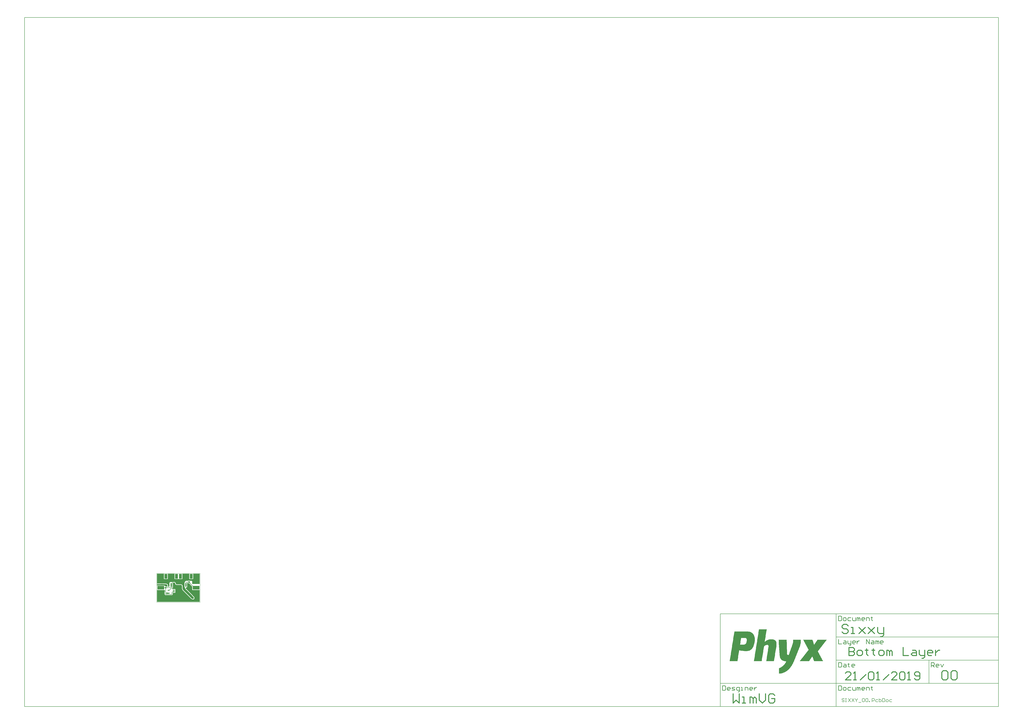
<source format=gbl>
G04*
G04 #@! TF.GenerationSoftware,Altium Limited,Altium Designer,18.1.9 (240)*
G04*
G04 Layer_Physical_Order=2*
G04 Layer_Color=3381759*
%FSLAX25Y25*%
%MOIN*%
G70*
G01*
G75*
%ADD11C,0.00591*%
%ADD12C,0.01575*%
%ADD15C,0.00394*%
%ADD16C,0.00787*%
%ADD17C,0.00984*%
%ADD22C,0.00500*%
%ADD24C,0.02756*%
%ADD25R,0.11811X0.05906*%
%ADD26R,0.03543X0.01575*%
%ADD27R,0.02362X0.06102*%
%ADD28R,0.04724X0.07874*%
%ADD29C,0.01968*%
G36*
X72983Y30906D02*
X60887D01*
X60633Y31010D01*
X60439Y31204D01*
X60335Y31457D01*
Y34547D01*
X60303Y34866D01*
X60059Y35456D01*
X59608Y35907D01*
X59018Y36152D01*
X58699Y36183D01*
X55960D01*
X55916Y36217D01*
X55341Y36455D01*
X54724Y36536D01*
X54108Y36455D01*
X53533Y36217D01*
X53489Y36183D01*
X50787D01*
X50450Y36167D01*
X49787Y36035D01*
X49163Y35776D01*
X48602Y35401D01*
X48125Y34924D01*
X47749Y34362D01*
X47491Y33738D01*
X47378Y33169D01*
X47209D01*
Y25098D01*
X47744D01*
X47927Y24494D01*
X48303Y23587D01*
X48765Y22722D01*
X49310Y21906D01*
X49933Y21147D01*
X50271Y20791D01*
X60039Y11024D01*
Y10473D01*
X60590D01*
X62435Y8628D01*
Y8628D01*
X62568Y8495D01*
X62776Y8184D01*
X62919Y7838D01*
X62992Y7471D01*
Y6872D01*
X62752Y6293D01*
X62309Y5850D01*
X61731Y5610D01*
X61113D01*
X60516Y5729D01*
X59954Y5962D01*
X59448Y6300D01*
X45079Y20669D01*
X44774Y20974D01*
X44296Y21689D01*
X43967Y22484D01*
X43799Y23328D01*
Y27362D01*
X43785Y27652D01*
X43672Y28219D01*
X43450Y28754D01*
X43129Y29235D01*
X42720Y29645D01*
X42238Y29966D01*
X41704Y30188D01*
X41136Y30301D01*
X40846Y30315D01*
X33585D01*
X32897Y30600D01*
X32371Y31126D01*
X32087Y31813D01*
Y32283D01*
X32053Y32629D01*
X31788Y33268D01*
X31299Y33757D01*
X30661Y34021D01*
X30315Y34055D01*
X23228D01*
X22921Y34025D01*
X22353Y33790D01*
X21919Y33355D01*
X21684Y32787D01*
X21654Y32480D01*
Y26083D01*
X19291D01*
Y27559D01*
X19272Y27945D01*
X19122Y28702D01*
X18826Y29415D01*
X18398Y30057D01*
X17852Y30602D01*
X17210Y31031D01*
X16497Y31326D01*
X15740Y31477D01*
X15354Y31496D01*
X9958D01*
X9912Y31532D01*
X9337Y31770D01*
X8721Y31851D01*
X8104Y31770D01*
X7529Y31532D01*
X7482Y31496D01*
X639D01*
Y48180D01*
X12008D01*
Y39075D01*
X18701D01*
Y48180D01*
X30118D01*
Y39075D01*
X36811D01*
Y39075D01*
X36972D01*
Y39075D01*
X43665D01*
Y48180D01*
X55083D01*
Y39075D01*
X61775D01*
Y48180D01*
X72983D01*
Y30906D01*
D02*
G37*
G36*
X15617Y30478D02*
X16205Y30362D01*
X16735Y30142D01*
X17212Y29823D01*
X17618Y29417D01*
X17937Y28940D01*
X18157Y28409D01*
X18274Y27822D01*
X18288Y27534D01*
Y26603D01*
X17224Y25799D01*
X17126Y25801D01*
X16901Y26094D01*
X16408Y26473D01*
X15833Y26711D01*
X15217Y26792D01*
X14764Y26732D01*
X14448Y26839D01*
X13583Y27568D01*
Y28346D01*
X639D01*
Y30472D01*
X13583D01*
Y30492D01*
X15330D01*
X15617Y30478D01*
D02*
G37*
G36*
X30414Y33037D02*
X30731Y32906D01*
X30937Y32699D01*
X31069Y32383D01*
X31083Y32234D01*
Y31813D01*
X31159Y31429D01*
X31444Y30742D01*
X31662Y30416D01*
X32188Y29890D01*
X32188Y29890D01*
X32513Y29673D01*
X33201Y29388D01*
X33585Y29311D01*
X40822D01*
X41013Y29302D01*
X41411Y29223D01*
X41763Y29077D01*
X42080Y28865D01*
X42349Y28596D01*
X42561Y28279D01*
X42707Y27927D01*
X42786Y27528D01*
X42796Y27338D01*
Y23328D01*
X42815Y23231D01*
Y23132D01*
X42983Y22288D01*
X43021Y22197D01*
X43040Y22100D01*
X43369Y21305D01*
X43424Y21223D01*
X43462Y21132D01*
X43940Y20416D01*
X44010Y20346D01*
X44065Y20264D01*
X44369Y19960D01*
X58738Y5590D01*
X58821Y5535D01*
X58891Y5466D01*
X59397Y5127D01*
X59488Y5090D01*
X59570Y5035D01*
X60132Y4802D01*
X60229Y4783D01*
X60321Y4745D01*
X60917Y4626D01*
X61016D01*
X61113Y4607D01*
X61731D01*
X62115Y4683D01*
X62693Y4923D01*
X63019Y5140D01*
X63462Y5583D01*
X63462Y5583D01*
X63679Y5909D01*
X63919Y6488D01*
X63996Y6872D01*
Y7471D01*
X63976Y7568D01*
Y7666D01*
X63903Y8034D01*
X63866Y8125D01*
X63846Y8222D01*
X63703Y8568D01*
X63648Y8650D01*
X63610Y8741D01*
X63402Y9053D01*
X63332Y9123D01*
X63277Y9205D01*
X63145Y9337D01*
X63145Y9337D01*
X61300Y11182D01*
X60975Y11400D01*
X60968Y11401D01*
X60966Y11408D01*
X60749Y11733D01*
X50990Y21492D01*
X50685Y21812D01*
X50117Y22504D01*
X49627Y23238D01*
X49264Y23917D01*
X49345Y24191D01*
X50041Y25098D01*
X51539D01*
Y32554D01*
X52975D01*
X53040Y32469D01*
X53533Y32090D01*
X54108Y31852D01*
X54724Y31771D01*
X55341Y31852D01*
X55367Y31863D01*
X56176Y31054D01*
Y30906D01*
X56275Y30406D01*
X56558Y29983D01*
X60039Y26502D01*
Y20472D01*
X72983D01*
Y639D01*
X639D01*
Y20472D01*
X13583D01*
X13951Y19444D01*
Y18158D01*
X13645Y17852D01*
X13362Y17428D01*
X13262Y16929D01*
Y13976D01*
X13362Y13477D01*
X13645Y13054D01*
X14826Y11873D01*
X15249Y11590D01*
X15748Y11491D01*
X25000D01*
X25499Y11590D01*
X25923Y11873D01*
X26808Y12759D01*
X27091Y13182D01*
X27190Y13681D01*
Y15945D01*
X31496D01*
Y18504D01*
Y22047D01*
X26482D01*
X25992Y23228D01*
X27230Y24466D01*
X27503Y24875D01*
X27599Y25356D01*
Y33052D01*
X30266D01*
X30414Y33037D01*
D02*
G37*
G36*
X1137613Y-64032D02*
X1137326D01*
Y-64318D01*
X1137040D01*
Y-64605D01*
Y-64891D01*
X1136754D01*
Y-65177D01*
X1136467D01*
Y-65464D01*
X1136181D01*
Y-65750D01*
Y-66036D01*
X1135895D01*
Y-66322D01*
X1135608D01*
Y-66609D01*
X1135322D01*
Y-66895D01*
X1135036D01*
Y-67181D01*
Y-67468D01*
X1134750D01*
Y-67754D01*
X1134463D01*
Y-68040D01*
X1134177D01*
Y-68327D01*
Y-68613D01*
X1133891D01*
Y-68899D01*
X1133604D01*
Y-69186D01*
X1133318D01*
Y-69472D01*
X1133032D01*
Y-69758D01*
Y-70044D01*
X1132745D01*
Y-70331D01*
X1132459D01*
Y-70617D01*
X1132173D01*
Y-70903D01*
Y-71190D01*
X1131886D01*
Y-71476D01*
X1131600D01*
Y-71762D01*
X1131314D01*
Y-72049D01*
Y-72335D01*
X1131028D01*
Y-72621D01*
X1130741D01*
Y-72908D01*
X1130455D01*
Y-73194D01*
X1130169D01*
Y-73480D01*
Y-73767D01*
X1129882D01*
Y-74053D01*
X1129596D01*
Y-74339D01*
X1129310D01*
Y-74625D01*
Y-74912D01*
X1129023D01*
Y-75198D01*
X1128737D01*
Y-75485D01*
X1128451D01*
Y-75771D01*
Y-76057D01*
X1128164D01*
Y-76343D01*
X1127878D01*
Y-76630D01*
X1127592D01*
Y-76916D01*
X1127306D01*
Y-77202D01*
Y-77489D01*
X1127019D01*
Y-77775D01*
X1126733D01*
Y-78061D01*
X1126447D01*
Y-78348D01*
Y-78634D01*
X1126160D01*
Y-78920D01*
X1125874D01*
Y-79207D01*
X1125588D01*
Y-79493D01*
Y-79779D01*
X1125301D01*
Y-80066D01*
X1125015D01*
Y-80352D01*
X1124729D01*
Y-80638D01*
X1124442D01*
Y-80924D01*
Y-81211D01*
X1124156D01*
Y-81497D01*
X1123870D01*
Y-81783D01*
X1123583D01*
Y-82070D01*
Y-82356D01*
X1123297D01*
Y-82642D01*
X1123011D01*
Y-82929D01*
X1122725D01*
Y-83215D01*
X1122438D01*
Y-83501D01*
Y-83788D01*
X1122725D01*
Y-84074D01*
Y-84360D01*
X1123011D01*
Y-84646D01*
Y-84933D01*
X1123297D01*
Y-85219D01*
X1123583D01*
Y-85505D01*
Y-85792D01*
X1123870D01*
Y-86078D01*
Y-86364D01*
X1124156D01*
Y-86651D01*
Y-86937D01*
X1124442D01*
Y-87223D01*
Y-87510D01*
X1124729D01*
Y-87796D01*
Y-88082D01*
X1125015D01*
Y-88369D01*
Y-88655D01*
X1125301D01*
Y-88941D01*
Y-89227D01*
X1125588D01*
Y-89514D01*
Y-89800D01*
X1125874D01*
Y-90086D01*
X1126160D01*
Y-90373D01*
Y-90659D01*
X1126447D01*
Y-90945D01*
Y-91232D01*
X1126733D01*
Y-91518D01*
Y-91804D01*
X1127019D01*
Y-92091D01*
Y-92377D01*
X1127306D01*
Y-92663D01*
Y-92950D01*
X1127592D01*
Y-93236D01*
Y-93522D01*
X1127878D01*
Y-93809D01*
Y-94095D01*
X1128164D01*
Y-94381D01*
X1128451D01*
Y-94667D01*
Y-94954D01*
X1128737D01*
Y-95240D01*
Y-95526D01*
X1129023D01*
Y-95813D01*
Y-96099D01*
X1129310D01*
Y-96385D01*
Y-96672D01*
X1129596D01*
Y-96958D01*
Y-97244D01*
X1129882D01*
Y-97531D01*
Y-97817D01*
X1130169D01*
Y-98103D01*
Y-98390D01*
X1130455D01*
Y-98676D01*
X1130741D01*
Y-98962D01*
Y-99248D01*
X1131028D01*
Y-99535D01*
Y-99821D01*
X1131314D01*
Y-100107D01*
X1116139D01*
Y-99821D01*
X1115853D01*
Y-99535D01*
Y-99248D01*
Y-98962D01*
X1115567D01*
Y-98676D01*
Y-98390D01*
Y-98103D01*
X1115280D01*
Y-97817D01*
Y-97531D01*
X1114994D01*
Y-97244D01*
Y-96958D01*
Y-96672D01*
X1114708D01*
Y-96385D01*
Y-96099D01*
Y-95813D01*
X1114421D01*
Y-95526D01*
Y-95240D01*
X1114135D01*
Y-94954D01*
Y-94667D01*
Y-94381D01*
X1113849D01*
Y-94095D01*
Y-93809D01*
Y-93522D01*
X1113562D01*
Y-93236D01*
Y-92950D01*
Y-92663D01*
X1113276D01*
Y-92377D01*
X1112704D01*
Y-92663D01*
Y-92950D01*
X1112417D01*
Y-93236D01*
X1112131D01*
Y-93522D01*
Y-93809D01*
X1111845D01*
Y-94095D01*
X1111558D01*
Y-94381D01*
Y-94667D01*
X1111272D01*
Y-94954D01*
X1110986D01*
Y-95240D01*
Y-95526D01*
X1110699D01*
Y-95813D01*
X1110413D01*
Y-96099D01*
X1110127D01*
Y-96385D01*
Y-96672D01*
X1109840D01*
Y-96958D01*
X1109554D01*
Y-97244D01*
Y-97531D01*
X1109268D01*
Y-97817D01*
X1108981D01*
Y-98103D01*
Y-98390D01*
X1108695D01*
Y-98676D01*
X1108409D01*
Y-98962D01*
Y-99248D01*
X1108123D01*
Y-99535D01*
X1107836D01*
Y-99821D01*
Y-100107D01*
X1091803D01*
Y-99821D01*
X1092089D01*
Y-99535D01*
X1092375D01*
Y-99248D01*
X1092662D01*
Y-98962D01*
X1092948D01*
Y-98676D01*
Y-98390D01*
X1093234D01*
Y-98103D01*
X1093521D01*
Y-97817D01*
X1093807D01*
Y-97531D01*
X1094093D01*
Y-97244D01*
Y-96958D01*
X1094380D01*
Y-96672D01*
X1094666D01*
Y-96385D01*
X1094952D01*
Y-96099D01*
Y-95813D01*
X1095238D01*
Y-95526D01*
X1095525D01*
Y-95240D01*
X1095811D01*
Y-94954D01*
X1096097D01*
Y-94667D01*
Y-94381D01*
X1096384D01*
Y-94095D01*
X1096670D01*
Y-93809D01*
X1096956D01*
Y-93522D01*
X1097243D01*
Y-93236D01*
Y-92950D01*
X1097529D01*
Y-92663D01*
X1097815D01*
Y-92377D01*
X1098102D01*
Y-92091D01*
Y-91804D01*
X1098388D01*
Y-91518D01*
X1098674D01*
Y-91232D01*
X1098960D01*
Y-90945D01*
X1099247D01*
Y-90659D01*
Y-90373D01*
X1099533D01*
Y-90086D01*
X1099819D01*
Y-89800D01*
X1100106D01*
Y-89514D01*
Y-89227D01*
X1100392D01*
Y-88941D01*
X1100678D01*
Y-88655D01*
X1100965D01*
Y-88369D01*
X1101251D01*
Y-88082D01*
Y-87796D01*
X1101537D01*
Y-87510D01*
X1101824D01*
Y-87223D01*
X1102110D01*
Y-86937D01*
Y-86651D01*
X1102396D01*
Y-86364D01*
X1102683D01*
Y-86078D01*
X1102969D01*
Y-85792D01*
X1103255D01*
Y-85505D01*
Y-85219D01*
X1103541D01*
Y-84933D01*
X1103828D01*
Y-84646D01*
X1104114D01*
Y-84360D01*
X1104400D01*
Y-84074D01*
Y-83788D01*
X1104687D01*
Y-83501D01*
X1104973D01*
Y-83215D01*
X1105259D01*
Y-82929D01*
Y-82642D01*
X1105546D01*
Y-82356D01*
X1105832D01*
Y-82070D01*
X1106118D01*
Y-81783D01*
X1106405D01*
Y-81497D01*
Y-81211D01*
X1106691D01*
Y-80924D01*
Y-80638D01*
Y-80352D01*
X1106405D01*
Y-80066D01*
X1106118D01*
Y-79779D01*
Y-79493D01*
X1105832D01*
Y-79207D01*
Y-78920D01*
X1105546D01*
Y-78634D01*
Y-78348D01*
X1105259D01*
Y-78061D01*
Y-77775D01*
X1104973D01*
Y-77489D01*
Y-77202D01*
X1104687D01*
Y-76916D01*
Y-76630D01*
X1104400D01*
Y-76343D01*
X1104114D01*
Y-76057D01*
Y-75771D01*
X1103828D01*
Y-75485D01*
Y-75198D01*
X1103541D01*
Y-74912D01*
Y-74625D01*
X1103255D01*
Y-74339D01*
Y-74053D01*
X1102969D01*
Y-73767D01*
Y-73480D01*
X1102683D01*
Y-73194D01*
Y-72908D01*
X1102396D01*
Y-72621D01*
X1102110D01*
Y-72335D01*
Y-72049D01*
X1101824D01*
Y-71762D01*
Y-71476D01*
X1101537D01*
Y-71190D01*
Y-70903D01*
X1101251D01*
Y-70617D01*
Y-70331D01*
X1100965D01*
Y-70044D01*
Y-69758D01*
X1100678D01*
Y-69472D01*
Y-69186D01*
X1100392D01*
Y-68899D01*
Y-68613D01*
X1100106D01*
Y-68327D01*
X1099819D01*
Y-68040D01*
Y-67754D01*
X1099533D01*
Y-67468D01*
Y-67181D01*
X1099247D01*
Y-66895D01*
Y-66609D01*
X1098960D01*
Y-66322D01*
Y-66036D01*
X1098674D01*
Y-65750D01*
Y-65464D01*
X1098388D01*
Y-65177D01*
Y-64891D01*
X1098102D01*
Y-64605D01*
X1097815D01*
Y-64318D01*
Y-64032D01*
X1097529D01*
Y-63746D01*
X1113276D01*
Y-64032D01*
X1113562D01*
Y-64318D01*
Y-64605D01*
Y-64891D01*
X1113849D01*
Y-65177D01*
Y-65464D01*
Y-65750D01*
X1114135D01*
Y-66036D01*
Y-66322D01*
Y-66609D01*
X1114421D01*
Y-66895D01*
Y-67181D01*
Y-67468D01*
X1114708D01*
Y-67754D01*
Y-68040D01*
Y-68327D01*
X1114994D01*
Y-68613D01*
Y-68899D01*
Y-69186D01*
X1115280D01*
Y-69472D01*
Y-69758D01*
Y-70044D01*
X1115567D01*
Y-70331D01*
Y-70617D01*
Y-70903D01*
X1115853D01*
Y-71190D01*
Y-71476D01*
Y-71762D01*
Y-72049D01*
X1116426D01*
Y-71762D01*
X1116712D01*
Y-71476D01*
X1116998D01*
Y-71190D01*
Y-70903D01*
X1117284D01*
Y-70617D01*
X1117571D01*
Y-70331D01*
Y-70044D01*
X1117857D01*
Y-69758D01*
X1118143D01*
Y-69472D01*
Y-69186D01*
X1118430D01*
Y-68899D01*
X1118716D01*
Y-68613D01*
Y-68327D01*
X1119002D01*
Y-68040D01*
X1119289D01*
Y-67754D01*
Y-67468D01*
X1119575D01*
Y-67181D01*
X1119861D01*
Y-66895D01*
Y-66609D01*
X1120148D01*
Y-66322D01*
X1120434D01*
Y-66036D01*
Y-65750D01*
X1120720D01*
Y-65464D01*
X1121007D01*
Y-65177D01*
Y-64891D01*
X1121293D01*
Y-64605D01*
X1121579D01*
Y-64318D01*
Y-64032D01*
X1121865D01*
Y-63746D01*
X1137613D01*
Y-64032D01*
D02*
G37*
G36*
X1004477Y-50003D02*
X1006195D01*
Y-50289D01*
X1007054D01*
Y-50575D01*
X1007913D01*
Y-50862D01*
X1008772D01*
Y-51148D01*
X1009345D01*
Y-51434D01*
X1009631D01*
Y-51720D01*
X1010203D01*
Y-52007D01*
X1010490D01*
Y-52293D01*
X1011062D01*
Y-52579D01*
X1011349D01*
Y-52866D01*
X1011635D01*
Y-53152D01*
X1011921D01*
Y-53438D01*
X1012208D01*
Y-53725D01*
X1012494D01*
Y-54011D01*
X1012780D01*
Y-54297D01*
Y-54584D01*
X1013067D01*
Y-54870D01*
X1013353D01*
Y-55156D01*
Y-55443D01*
X1013639D01*
Y-55729D01*
X1013926D01*
Y-56015D01*
Y-56301D01*
X1014212D01*
Y-56588D01*
Y-56874D01*
Y-57161D01*
X1014498D01*
Y-57447D01*
Y-57733D01*
Y-58019D01*
X1014785D01*
Y-58306D01*
Y-58592D01*
Y-58878D01*
Y-59165D01*
X1015071D01*
Y-59451D01*
Y-59737D01*
Y-60024D01*
Y-60310D01*
Y-60596D01*
X1015357D01*
Y-60883D01*
Y-61169D01*
Y-61455D01*
Y-61742D01*
Y-62028D01*
Y-62314D01*
Y-62600D01*
Y-62887D01*
Y-63173D01*
Y-63459D01*
Y-63746D01*
Y-64032D01*
Y-64318D01*
Y-64605D01*
Y-64891D01*
Y-65177D01*
Y-65464D01*
Y-65750D01*
Y-66036D01*
Y-66322D01*
X1015071D01*
Y-66609D01*
Y-66895D01*
Y-67181D01*
Y-67468D01*
Y-67754D01*
Y-68040D01*
Y-68327D01*
X1014785D01*
Y-68613D01*
Y-68899D01*
Y-69186D01*
Y-69472D01*
Y-69758D01*
X1014498D01*
Y-70044D01*
Y-70331D01*
Y-70617D01*
Y-70903D01*
Y-71190D01*
X1014212D01*
Y-71476D01*
Y-71762D01*
Y-72049D01*
X1013926D01*
Y-72335D01*
Y-72621D01*
Y-72908D01*
Y-73194D01*
X1013639D01*
Y-73480D01*
Y-73767D01*
Y-74053D01*
X1013353D01*
Y-74339D01*
Y-74625D01*
X1013067D01*
Y-74912D01*
Y-75198D01*
Y-75485D01*
X1012780D01*
Y-75771D01*
Y-76057D01*
X1012494D01*
Y-76343D01*
Y-76630D01*
X1012208D01*
Y-76916D01*
Y-77202D01*
X1011921D01*
Y-77489D01*
X1011635D01*
Y-77775D01*
Y-78061D01*
X1011349D01*
Y-78348D01*
X1011062D01*
Y-78634D01*
X1010776D01*
Y-78920D01*
Y-79207D01*
X1010490D01*
Y-79493D01*
X1010203D01*
Y-79779D01*
X1009917D01*
Y-80066D01*
X1009631D01*
Y-80352D01*
X1009345D01*
Y-80638D01*
X1008772D01*
Y-80924D01*
X1008486D01*
Y-81211D01*
X1007913D01*
Y-81497D01*
X1007627D01*
Y-81783D01*
X1007054D01*
Y-82070D01*
X1006195D01*
Y-82356D01*
X1005336D01*
Y-82642D01*
X1004477D01*
Y-82929D01*
X1002759D01*
Y-83215D01*
X997606D01*
Y-82929D01*
X995029D01*
Y-82642D01*
X993025D01*
Y-82356D01*
X991593D01*
Y-82070D01*
X990162D01*
Y-81783D01*
X988730D01*
Y-82070D01*
Y-82356D01*
Y-82642D01*
Y-82929D01*
Y-83215D01*
Y-83501D01*
Y-83788D01*
X988444D01*
Y-84074D01*
Y-84360D01*
Y-84646D01*
Y-84933D01*
Y-85219D01*
Y-85505D01*
X988157D01*
Y-85792D01*
Y-86078D01*
Y-86364D01*
Y-86651D01*
Y-86937D01*
Y-87223D01*
X987871D01*
Y-87510D01*
Y-87796D01*
Y-88082D01*
Y-88369D01*
Y-88655D01*
Y-88941D01*
Y-89227D01*
X987585D01*
Y-89514D01*
Y-89800D01*
Y-90086D01*
Y-90373D01*
Y-90659D01*
Y-90945D01*
X987298D01*
Y-91232D01*
Y-91518D01*
Y-91804D01*
Y-92091D01*
Y-92377D01*
Y-92663D01*
X987012D01*
Y-92950D01*
Y-93236D01*
Y-93522D01*
Y-93809D01*
Y-94095D01*
Y-94381D01*
Y-94667D01*
X986726D01*
Y-94954D01*
Y-95240D01*
Y-95526D01*
Y-95813D01*
Y-96099D01*
Y-96385D01*
X986440D01*
Y-96672D01*
Y-96958D01*
Y-97244D01*
Y-97531D01*
Y-97817D01*
Y-98103D01*
X986153D01*
Y-98390D01*
Y-98676D01*
Y-98962D01*
Y-99248D01*
Y-99535D01*
Y-99821D01*
Y-100107D01*
X972696D01*
Y-99821D01*
X972983D01*
Y-99535D01*
Y-99248D01*
Y-98962D01*
Y-98676D01*
Y-98390D01*
X973269D01*
Y-98103D01*
Y-97817D01*
Y-97531D01*
Y-97244D01*
Y-96958D01*
Y-96672D01*
Y-96385D01*
X973555D01*
Y-96099D01*
Y-95813D01*
Y-95526D01*
Y-95240D01*
Y-94954D01*
Y-94667D01*
X973842D01*
Y-94381D01*
Y-94095D01*
Y-93809D01*
Y-93522D01*
Y-93236D01*
Y-92950D01*
X974128D01*
Y-92663D01*
Y-92377D01*
Y-92091D01*
Y-91804D01*
Y-91518D01*
Y-91232D01*
Y-90945D01*
X974414D01*
Y-90659D01*
Y-90373D01*
Y-90086D01*
Y-89800D01*
Y-89514D01*
Y-89227D01*
X974701D01*
Y-88941D01*
Y-88655D01*
Y-88369D01*
Y-88082D01*
Y-87796D01*
Y-87510D01*
X974987D01*
Y-87223D01*
Y-86937D01*
Y-86651D01*
Y-86364D01*
Y-86078D01*
Y-85792D01*
X975273D01*
Y-85505D01*
Y-85219D01*
Y-84933D01*
Y-84646D01*
Y-84360D01*
Y-84074D01*
Y-83788D01*
X975560D01*
Y-83501D01*
Y-83215D01*
Y-82929D01*
Y-82642D01*
Y-82356D01*
Y-82070D01*
X975846D01*
Y-81783D01*
Y-81497D01*
Y-81211D01*
Y-80924D01*
Y-80638D01*
Y-80352D01*
X976132D01*
Y-80066D01*
Y-79779D01*
Y-79493D01*
Y-79207D01*
Y-78920D01*
Y-78634D01*
X976419D01*
Y-78348D01*
Y-78061D01*
Y-77775D01*
Y-77489D01*
Y-77202D01*
Y-76916D01*
Y-76630D01*
X976705D01*
Y-76343D01*
Y-76057D01*
Y-75771D01*
Y-75485D01*
Y-75198D01*
Y-74912D01*
X976991D01*
Y-74625D01*
Y-74339D01*
Y-74053D01*
Y-73767D01*
Y-73480D01*
Y-73194D01*
X977277D01*
Y-72908D01*
Y-72621D01*
Y-72335D01*
Y-72049D01*
Y-71762D01*
Y-71476D01*
Y-71190D01*
X977564D01*
Y-70903D01*
Y-70617D01*
Y-70331D01*
Y-70044D01*
Y-69758D01*
Y-69472D01*
X977850D01*
Y-69186D01*
Y-68899D01*
Y-68613D01*
Y-68327D01*
Y-68040D01*
Y-67754D01*
X978137D01*
Y-67468D01*
Y-67181D01*
Y-66895D01*
Y-66609D01*
Y-66322D01*
Y-66036D01*
X978423D01*
Y-65750D01*
Y-65464D01*
Y-65177D01*
Y-64891D01*
Y-64605D01*
Y-64318D01*
Y-64032D01*
X978709D01*
Y-63746D01*
Y-63459D01*
Y-63173D01*
Y-62887D01*
Y-62600D01*
Y-62314D01*
X978995D01*
Y-62028D01*
Y-61742D01*
Y-61455D01*
Y-61169D01*
Y-60883D01*
Y-60596D01*
X979282D01*
Y-60310D01*
Y-60024D01*
Y-59737D01*
Y-59451D01*
Y-59165D01*
Y-58878D01*
Y-58592D01*
X979568D01*
Y-58306D01*
Y-58019D01*
Y-57733D01*
Y-57447D01*
Y-57161D01*
Y-56874D01*
X979854D01*
Y-56588D01*
Y-56301D01*
Y-56015D01*
Y-55729D01*
Y-55443D01*
Y-55156D01*
X980141D01*
Y-54870D01*
Y-54584D01*
Y-54297D01*
Y-54011D01*
Y-53725D01*
Y-53438D01*
Y-53152D01*
X980427D01*
Y-52866D01*
Y-52579D01*
Y-52293D01*
Y-52007D01*
Y-51720D01*
Y-51434D01*
X980713D01*
Y-51148D01*
Y-50862D01*
Y-50575D01*
Y-50289D01*
Y-50003D01*
Y-49716D01*
X1004477D01*
Y-50003D01*
D02*
G37*
G36*
X1093521Y-64032D02*
Y-64318D01*
Y-64605D01*
Y-64891D01*
Y-65177D01*
Y-65464D01*
Y-65750D01*
Y-66036D01*
Y-66322D01*
Y-66609D01*
Y-66895D01*
Y-67181D01*
Y-67468D01*
Y-67754D01*
Y-68040D01*
Y-68327D01*
Y-68613D01*
Y-68899D01*
Y-69186D01*
Y-69472D01*
Y-69758D01*
X1093234D01*
Y-70044D01*
Y-70331D01*
Y-70617D01*
Y-70903D01*
Y-71190D01*
X1092948D01*
Y-71476D01*
Y-71762D01*
Y-72049D01*
Y-72335D01*
X1092662D01*
Y-72621D01*
Y-72908D01*
Y-73194D01*
Y-73480D01*
X1092375D01*
Y-73767D01*
Y-74053D01*
Y-74339D01*
X1092089D01*
Y-74625D01*
Y-74912D01*
Y-75198D01*
X1091803D01*
Y-75485D01*
Y-75771D01*
Y-76057D01*
X1091516D01*
Y-76343D01*
Y-76630D01*
Y-76916D01*
X1091230D01*
Y-77202D01*
Y-77489D01*
X1090944D01*
Y-77775D01*
Y-78061D01*
X1090657D01*
Y-78348D01*
Y-78634D01*
Y-78920D01*
X1090371D01*
Y-79207D01*
Y-79493D01*
X1090085D01*
Y-79779D01*
Y-80066D01*
Y-80352D01*
X1089799D01*
Y-80638D01*
Y-80924D01*
X1089512D01*
Y-81211D01*
Y-81497D01*
Y-81783D01*
X1089226D01*
Y-82070D01*
Y-82356D01*
X1088939D01*
Y-82642D01*
Y-82929D01*
Y-83215D01*
X1088653D01*
Y-83501D01*
Y-83788D01*
X1088367D01*
Y-84074D01*
Y-84360D01*
Y-84646D01*
X1088081D01*
Y-84933D01*
Y-85219D01*
X1087794D01*
Y-85505D01*
Y-85792D01*
Y-86078D01*
X1087508D01*
Y-86364D01*
Y-86651D01*
X1087222D01*
Y-86937D01*
Y-87223D01*
Y-87510D01*
X1086935D01*
Y-87796D01*
Y-88082D01*
X1086649D01*
Y-88369D01*
Y-88655D01*
Y-88941D01*
X1086363D01*
Y-89227D01*
Y-89514D01*
X1086076D01*
Y-89800D01*
Y-90086D01*
Y-90373D01*
X1085790D01*
Y-90659D01*
Y-90945D01*
X1085504D01*
Y-91232D01*
Y-91518D01*
Y-91804D01*
X1085217D01*
Y-92091D01*
Y-92377D01*
X1084931D01*
Y-92663D01*
Y-92950D01*
Y-93236D01*
X1084645D01*
Y-93522D01*
Y-93809D01*
X1084359D01*
Y-94095D01*
Y-94381D01*
Y-94667D01*
X1084072D01*
Y-94954D01*
Y-95240D01*
X1083786D01*
Y-95526D01*
Y-95813D01*
Y-96099D01*
X1083500D01*
Y-96385D01*
Y-96672D01*
X1083213D01*
Y-96958D01*
Y-97244D01*
Y-97531D01*
X1082927D01*
Y-97817D01*
Y-98103D01*
X1082641D01*
Y-98390D01*
Y-98676D01*
Y-98962D01*
X1082354D01*
Y-99248D01*
Y-99535D01*
X1082068D01*
Y-99821D01*
Y-100107D01*
Y-100394D01*
X1081782D01*
Y-100680D01*
Y-100966D01*
X1081495D01*
Y-101253D01*
Y-101539D01*
X1081209D01*
Y-101825D01*
Y-102112D01*
X1080923D01*
Y-102398D01*
Y-102684D01*
Y-102971D01*
X1080637D01*
Y-103257D01*
X1080350D01*
Y-103543D01*
Y-103829D01*
Y-104116D01*
X1080064D01*
Y-104402D01*
X1079778D01*
Y-104688D01*
Y-104975D01*
X1079491D01*
Y-105261D01*
Y-105547D01*
X1079205D01*
Y-105834D01*
Y-106120D01*
X1078919D01*
Y-106406D01*
Y-106693D01*
X1078632D01*
Y-106979D01*
X1078346D01*
Y-107265D01*
Y-107552D01*
X1078060D01*
Y-107838D01*
Y-108124D01*
X1077773D01*
Y-108410D01*
X1077487D01*
Y-108697D01*
X1077201D01*
Y-108983D01*
Y-109269D01*
X1076914D01*
Y-109556D01*
X1076628D01*
Y-109842D01*
Y-110128D01*
X1076342D01*
Y-110415D01*
X1076056D01*
Y-110701D01*
X1075769D01*
Y-110987D01*
Y-111274D01*
X1075483D01*
Y-111560D01*
X1075196D01*
Y-111846D01*
X1074910D01*
Y-112133D01*
X1074624D01*
Y-112419D01*
X1074338D01*
Y-112705D01*
Y-112991D01*
X1074051D01*
Y-113278D01*
X1073765D01*
Y-113564D01*
X1073479D01*
Y-113850D01*
X1073192D01*
Y-114137D01*
X1072906D01*
Y-114423D01*
X1072620D01*
Y-114709D01*
X1072333D01*
Y-114996D01*
X1071761D01*
Y-115282D01*
X1071474D01*
Y-115568D01*
X1071188D01*
Y-115855D01*
X1070902D01*
Y-116141D01*
X1070615D01*
Y-116427D01*
X1070043D01*
Y-116714D01*
X1069757D01*
Y-117000D01*
X1069184D01*
Y-117286D01*
X1068898D01*
Y-117572D01*
X1068325D01*
Y-117859D01*
X1068039D01*
Y-118145D01*
X1067466D01*
Y-118431D01*
X1066893D01*
Y-118718D01*
X1066321D01*
Y-119004D01*
X1065748D01*
Y-119290D01*
X1065176D01*
Y-119577D01*
X1064317D01*
Y-119863D01*
X1063744D01*
Y-120149D01*
X1062885D01*
Y-120436D01*
X1061740D01*
Y-120722D01*
X1060595D01*
Y-121008D01*
X1058877D01*
Y-121294D01*
X1056872D01*
Y-121581D01*
X1056586D01*
Y-121294D01*
Y-121008D01*
Y-120722D01*
Y-120436D01*
Y-120149D01*
Y-119863D01*
Y-119577D01*
Y-119290D01*
Y-119004D01*
Y-118718D01*
Y-118431D01*
Y-118145D01*
Y-117859D01*
Y-117572D01*
Y-117286D01*
Y-117000D01*
Y-116714D01*
Y-116427D01*
Y-116141D01*
Y-115855D01*
Y-115568D01*
Y-115282D01*
Y-114996D01*
Y-114709D01*
Y-114423D01*
Y-114137D01*
Y-113850D01*
Y-113564D01*
Y-113278D01*
Y-112991D01*
Y-112705D01*
Y-112419D01*
Y-112133D01*
X1057159D01*
Y-111846D01*
X1057731D01*
Y-111560D01*
X1058304D01*
Y-111274D01*
X1058877D01*
Y-110987D01*
X1059449D01*
Y-110701D01*
X1060022D01*
Y-110415D01*
X1060308D01*
Y-110128D01*
X1060881D01*
Y-109842D01*
X1061167D01*
Y-109556D01*
X1061740D01*
Y-109269D01*
X1062026D01*
Y-108983D01*
X1062312D01*
Y-108697D01*
X1062885D01*
Y-108410D01*
X1063171D01*
Y-108124D01*
X1063458D01*
Y-107838D01*
X1063744D01*
Y-107552D01*
X1064030D01*
Y-107265D01*
X1064317D01*
Y-106979D01*
X1064603D01*
Y-106693D01*
X1064889D01*
Y-106406D01*
X1065176D01*
Y-106120D01*
X1065462D01*
Y-105834D01*
X1065748D01*
Y-105547D01*
X1066035D01*
Y-105261D01*
Y-104975D01*
X1066321D01*
Y-104688D01*
X1066607D01*
Y-104402D01*
X1066893D01*
Y-104116D01*
Y-103829D01*
X1067180D01*
Y-103543D01*
X1067466D01*
Y-103257D01*
Y-102971D01*
X1067752D01*
Y-102684D01*
Y-102398D01*
X1068039D01*
Y-102112D01*
X1068325D01*
Y-101825D01*
Y-101539D01*
X1068611D01*
Y-101253D01*
Y-100966D01*
X1068898D01*
Y-100680D01*
Y-100394D01*
X1067180D01*
Y-100107D01*
X1065176D01*
Y-99821D01*
X1064030D01*
Y-99535D01*
X1063458D01*
Y-99248D01*
X1062599D01*
Y-98962D01*
X1062026D01*
Y-98676D01*
X1061740D01*
Y-98390D01*
X1061167D01*
Y-98103D01*
X1060881D01*
Y-97817D01*
X1060595D01*
Y-97531D01*
X1060308D01*
Y-97244D01*
X1060022D01*
Y-96958D01*
X1059736D01*
Y-96672D01*
Y-96385D01*
X1059449D01*
Y-96099D01*
X1059163D01*
Y-95813D01*
Y-95526D01*
X1058877D01*
Y-95240D01*
Y-94954D01*
X1058590D01*
Y-94667D01*
Y-94381D01*
X1058304D01*
Y-94095D01*
Y-93809D01*
Y-93522D01*
X1058018D01*
Y-93236D01*
Y-92950D01*
Y-92663D01*
Y-92377D01*
X1057731D01*
Y-92091D01*
Y-91804D01*
Y-91518D01*
Y-91232D01*
Y-90945D01*
Y-90659D01*
Y-90373D01*
X1057445D01*
Y-90086D01*
Y-89800D01*
Y-89514D01*
Y-89227D01*
Y-88941D01*
Y-88655D01*
Y-88369D01*
Y-88082D01*
Y-87796D01*
Y-87510D01*
Y-87223D01*
Y-86937D01*
Y-86651D01*
Y-86364D01*
Y-86078D01*
X1057159D01*
Y-85792D01*
Y-85505D01*
Y-85219D01*
Y-84933D01*
Y-84646D01*
Y-84360D01*
Y-84074D01*
Y-83788D01*
Y-83501D01*
Y-83215D01*
Y-82929D01*
Y-82642D01*
Y-82356D01*
Y-82070D01*
Y-81783D01*
X1056872D01*
Y-81497D01*
Y-81211D01*
Y-80924D01*
Y-80638D01*
Y-80352D01*
Y-80066D01*
Y-79779D01*
Y-79493D01*
Y-79207D01*
Y-78920D01*
Y-78634D01*
Y-78348D01*
Y-78061D01*
Y-77775D01*
Y-77489D01*
Y-77202D01*
X1056586D01*
Y-76916D01*
Y-76630D01*
Y-76343D01*
Y-76057D01*
Y-75771D01*
Y-75485D01*
Y-75198D01*
Y-74912D01*
Y-74625D01*
Y-74339D01*
Y-74053D01*
Y-73767D01*
Y-73480D01*
Y-73194D01*
Y-72908D01*
Y-72621D01*
X1056300D01*
Y-72335D01*
Y-72049D01*
Y-71762D01*
Y-71476D01*
Y-71190D01*
Y-70903D01*
Y-70617D01*
Y-70331D01*
Y-70044D01*
Y-69758D01*
Y-69472D01*
Y-69186D01*
Y-68899D01*
Y-68613D01*
X1056014D01*
Y-68327D01*
Y-68040D01*
Y-67754D01*
Y-67468D01*
Y-67181D01*
Y-66895D01*
Y-66609D01*
Y-66322D01*
Y-66036D01*
Y-65750D01*
Y-65464D01*
Y-65177D01*
Y-64891D01*
Y-64605D01*
Y-64318D01*
Y-64032D01*
X1055727D01*
Y-63746D01*
X1069470D01*
Y-64032D01*
Y-64318D01*
Y-64605D01*
Y-64891D01*
Y-65177D01*
Y-65464D01*
Y-65750D01*
Y-66036D01*
Y-66322D01*
Y-66609D01*
Y-66895D01*
Y-67181D01*
Y-67468D01*
Y-67754D01*
X1069757D01*
Y-68040D01*
Y-68327D01*
Y-68613D01*
Y-68899D01*
Y-69186D01*
Y-69472D01*
Y-69758D01*
Y-70044D01*
Y-70331D01*
Y-70617D01*
Y-70903D01*
Y-71190D01*
Y-71476D01*
Y-71762D01*
Y-72049D01*
Y-72335D01*
Y-72621D01*
Y-72908D01*
Y-73194D01*
Y-73480D01*
Y-73767D01*
Y-74053D01*
Y-74339D01*
Y-74625D01*
Y-74912D01*
Y-75198D01*
Y-75485D01*
Y-75771D01*
Y-76057D01*
Y-76343D01*
Y-76630D01*
Y-76916D01*
Y-77202D01*
Y-77489D01*
Y-77775D01*
Y-78061D01*
Y-78348D01*
Y-78634D01*
Y-78920D01*
Y-79207D01*
Y-79493D01*
X1070043D01*
Y-79779D01*
X1069757D01*
Y-80066D01*
Y-80352D01*
X1070043D01*
Y-80638D01*
Y-80924D01*
Y-81211D01*
Y-81497D01*
Y-81783D01*
Y-82070D01*
Y-82356D01*
Y-82642D01*
Y-82929D01*
Y-83215D01*
Y-83501D01*
Y-83788D01*
Y-84074D01*
Y-84360D01*
Y-84646D01*
Y-84933D01*
Y-85219D01*
Y-85505D01*
Y-85792D01*
Y-86078D01*
Y-86364D01*
Y-86651D01*
Y-86937D01*
Y-87223D01*
Y-87510D01*
Y-87796D01*
X1070329D01*
Y-88082D01*
Y-88369D01*
Y-88655D01*
X1070615D01*
Y-88941D01*
X1070902D01*
Y-89227D01*
X1071188D01*
Y-89514D01*
X1072047D01*
Y-89800D01*
X1072906D01*
Y-89514D01*
X1073192D01*
Y-89227D01*
Y-88941D01*
Y-88655D01*
X1073479D01*
Y-88369D01*
Y-88082D01*
X1073765D01*
Y-87796D01*
Y-87510D01*
Y-87223D01*
X1074051D01*
Y-86937D01*
Y-86651D01*
Y-86364D01*
X1074338D01*
Y-86078D01*
Y-85792D01*
Y-85505D01*
X1074624D01*
Y-85219D01*
Y-84933D01*
Y-84646D01*
X1074910D01*
Y-84360D01*
Y-84074D01*
X1075196D01*
Y-83788D01*
Y-83501D01*
Y-83215D01*
X1075483D01*
Y-82929D01*
Y-82642D01*
Y-82356D01*
X1075769D01*
Y-82070D01*
Y-81783D01*
Y-81497D01*
X1076056D01*
Y-81211D01*
Y-80924D01*
X1076342D01*
Y-80638D01*
Y-80352D01*
Y-80066D01*
X1076628D01*
Y-79779D01*
Y-79493D01*
Y-79207D01*
X1076914D01*
Y-78920D01*
Y-78634D01*
Y-78348D01*
X1077201D01*
Y-78061D01*
Y-77775D01*
X1077487D01*
Y-77489D01*
Y-77202D01*
Y-76916D01*
X1077773D01*
Y-76630D01*
Y-76343D01*
Y-76057D01*
X1078060D01*
Y-75771D01*
Y-75485D01*
Y-75198D01*
X1078346D01*
Y-74912D01*
Y-74625D01*
X1078632D01*
Y-74339D01*
Y-74053D01*
Y-73767D01*
X1078919D01*
Y-73480D01*
Y-73194D01*
Y-72908D01*
X1079205D01*
Y-72621D01*
Y-72335D01*
Y-72049D01*
X1079491D01*
Y-71762D01*
Y-71476D01*
Y-71190D01*
Y-70903D01*
X1079778D01*
Y-70617D01*
Y-70331D01*
Y-70044D01*
Y-69758D01*
X1080064D01*
Y-69472D01*
Y-69186D01*
Y-68899D01*
Y-68613D01*
Y-68327D01*
X1080350D01*
Y-68040D01*
Y-67754D01*
Y-67468D01*
Y-67181D01*
Y-66895D01*
Y-66609D01*
X1080637D01*
Y-66322D01*
Y-66036D01*
Y-65750D01*
Y-65464D01*
Y-65177D01*
Y-64891D01*
Y-64605D01*
Y-64318D01*
Y-64032D01*
Y-63746D01*
X1093521D01*
Y-64032D01*
D02*
G37*
G36*
X1035685Y-46567D02*
Y-46853D01*
X1035399D01*
Y-47139D01*
Y-47426D01*
Y-47712D01*
Y-47998D01*
Y-48285D01*
Y-48571D01*
X1035113D01*
Y-48857D01*
Y-49144D01*
Y-49430D01*
Y-49716D01*
Y-50003D01*
Y-50289D01*
X1034826D01*
Y-50575D01*
Y-50862D01*
Y-51148D01*
Y-51434D01*
Y-51720D01*
Y-52007D01*
Y-52293D01*
X1034540D01*
Y-52579D01*
Y-52866D01*
Y-53152D01*
Y-53438D01*
Y-53725D01*
Y-54011D01*
X1034254D01*
Y-54297D01*
Y-54584D01*
Y-54870D01*
Y-55156D01*
Y-55443D01*
Y-55729D01*
X1033967D01*
Y-56015D01*
Y-56301D01*
Y-56588D01*
Y-56874D01*
Y-57161D01*
Y-57447D01*
Y-57733D01*
X1033681D01*
Y-58019D01*
Y-58306D01*
Y-58592D01*
Y-58878D01*
Y-59165D01*
Y-59451D01*
X1033395D01*
Y-59737D01*
Y-60024D01*
Y-60310D01*
Y-60596D01*
Y-60883D01*
Y-61169D01*
X1033109D01*
Y-61455D01*
Y-61742D01*
Y-62028D01*
Y-62314D01*
Y-62600D01*
Y-62887D01*
X1032822D01*
Y-63173D01*
Y-63459D01*
Y-63746D01*
Y-64032D01*
Y-64318D01*
Y-64605D01*
Y-64891D01*
X1032536D01*
Y-65177D01*
Y-65464D01*
Y-65750D01*
Y-66036D01*
Y-66322D01*
Y-66609D01*
X1032250D01*
Y-66895D01*
Y-67181D01*
X1032822D01*
Y-66895D01*
X1033109D01*
Y-66609D01*
X1033395D01*
Y-66322D01*
X1033967D01*
Y-66036D01*
X1034254D01*
Y-65750D01*
X1034540D01*
Y-65464D01*
X1035113D01*
Y-65177D01*
X1035685D01*
Y-64891D01*
X1035972D01*
Y-64605D01*
X1036544D01*
Y-64318D01*
X1037403D01*
Y-64032D01*
X1037976D01*
Y-63746D01*
X1038835D01*
Y-63459D01*
X1040266D01*
Y-63173D01*
X1046565D01*
Y-63459D01*
X1047711D01*
Y-63746D01*
X1048569D01*
Y-64032D01*
X1049142D01*
Y-64318D01*
X1049428D01*
Y-64605D01*
X1050001D01*
Y-64891D01*
X1050287D01*
Y-65177D01*
X1050574D01*
Y-65464D01*
X1050860D01*
Y-65750D01*
X1051146D01*
Y-66036D01*
Y-66322D01*
X1051433D01*
Y-66609D01*
Y-66895D01*
X1051719D01*
Y-67181D01*
Y-67468D01*
Y-67754D01*
X1052005D01*
Y-68040D01*
Y-68327D01*
Y-68613D01*
Y-68899D01*
X1052291D01*
Y-69186D01*
Y-69472D01*
Y-69758D01*
Y-70044D01*
Y-70331D01*
Y-70617D01*
Y-70903D01*
Y-71190D01*
Y-71476D01*
Y-71762D01*
Y-72049D01*
Y-72335D01*
Y-72621D01*
Y-72908D01*
Y-73194D01*
Y-73480D01*
Y-73767D01*
Y-74053D01*
X1052005D01*
Y-74339D01*
Y-74625D01*
Y-74912D01*
Y-75198D01*
Y-75485D01*
Y-75771D01*
Y-76057D01*
X1051719D01*
Y-76343D01*
Y-76630D01*
Y-76916D01*
Y-77202D01*
Y-77489D01*
Y-77775D01*
Y-78061D01*
X1051433D01*
Y-78348D01*
Y-78634D01*
Y-78920D01*
Y-79207D01*
Y-79493D01*
Y-79779D01*
X1051146D01*
Y-80066D01*
Y-80352D01*
Y-80638D01*
Y-80924D01*
Y-81211D01*
Y-81497D01*
X1050860D01*
Y-81783D01*
Y-82070D01*
Y-82356D01*
Y-82642D01*
Y-82929D01*
Y-83215D01*
X1050574D01*
Y-83501D01*
Y-83788D01*
Y-84074D01*
Y-84360D01*
Y-84646D01*
Y-84933D01*
Y-85219D01*
X1050287D01*
Y-85505D01*
Y-85792D01*
Y-86078D01*
Y-86364D01*
Y-86651D01*
Y-86937D01*
X1050001D01*
Y-87223D01*
Y-87510D01*
Y-87796D01*
Y-88082D01*
Y-88369D01*
Y-88655D01*
X1049715D01*
Y-88941D01*
Y-89227D01*
Y-89514D01*
Y-89800D01*
Y-90086D01*
Y-90373D01*
Y-90659D01*
X1049428D01*
Y-90945D01*
Y-91232D01*
Y-91518D01*
Y-91804D01*
Y-92091D01*
Y-92377D01*
X1049142D01*
Y-92663D01*
Y-92950D01*
Y-93236D01*
Y-93522D01*
Y-93809D01*
Y-94095D01*
X1048856D01*
Y-94381D01*
Y-94667D01*
Y-94954D01*
Y-95240D01*
Y-95526D01*
Y-95813D01*
X1048569D01*
Y-96099D01*
Y-96385D01*
Y-96672D01*
Y-96958D01*
Y-97244D01*
Y-97531D01*
Y-97817D01*
X1048283D01*
Y-98103D01*
Y-98390D01*
Y-98676D01*
Y-98962D01*
Y-99248D01*
Y-99535D01*
X1047997D01*
Y-99821D01*
Y-100107D01*
X1034826D01*
Y-99821D01*
Y-99535D01*
X1035113D01*
Y-99248D01*
Y-98962D01*
Y-98676D01*
Y-98390D01*
Y-98103D01*
Y-97817D01*
X1035399D01*
Y-97531D01*
Y-97244D01*
Y-96958D01*
Y-96672D01*
Y-96385D01*
Y-96099D01*
Y-95813D01*
X1035685D01*
Y-95526D01*
Y-95240D01*
Y-94954D01*
Y-94667D01*
Y-94381D01*
Y-94095D01*
X1035972D01*
Y-93809D01*
Y-93522D01*
Y-93236D01*
Y-92950D01*
Y-92663D01*
Y-92377D01*
X1036258D01*
Y-92091D01*
Y-91804D01*
Y-91518D01*
Y-91232D01*
Y-90945D01*
Y-90659D01*
Y-90373D01*
X1036544D01*
Y-90086D01*
Y-89800D01*
Y-89514D01*
Y-89227D01*
Y-88941D01*
Y-88655D01*
X1036831D01*
Y-88369D01*
Y-88082D01*
Y-87796D01*
Y-87510D01*
Y-87223D01*
Y-86937D01*
Y-86651D01*
X1037117D01*
Y-86364D01*
Y-86078D01*
Y-85792D01*
Y-85505D01*
Y-85219D01*
Y-84933D01*
X1037403D01*
Y-84646D01*
Y-84360D01*
Y-84074D01*
Y-83788D01*
Y-83501D01*
Y-83215D01*
X1037689D01*
Y-82929D01*
Y-82642D01*
Y-82356D01*
Y-82070D01*
Y-81783D01*
Y-81497D01*
X1037976D01*
Y-81211D01*
Y-80924D01*
Y-80638D01*
Y-80352D01*
Y-80066D01*
Y-79779D01*
Y-79493D01*
X1038262D01*
Y-79207D01*
Y-78920D01*
Y-78634D01*
Y-78348D01*
Y-78061D01*
Y-77775D01*
X1038548D01*
Y-77489D01*
Y-77202D01*
Y-76916D01*
Y-76630D01*
Y-76343D01*
Y-76057D01*
Y-75771D01*
X1038835D01*
Y-75485D01*
Y-75198D01*
Y-74912D01*
Y-74625D01*
Y-74339D01*
Y-74053D01*
X1038548D01*
Y-73767D01*
Y-73480D01*
X1038262D01*
Y-73194D01*
X1037976D01*
Y-72908D01*
X1037403D01*
Y-72621D01*
X1035685D01*
Y-72908D01*
X1034254D01*
Y-73194D01*
X1033395D01*
Y-73480D01*
X1032822D01*
Y-73767D01*
X1032536D01*
Y-74053D01*
X1031963D01*
Y-74339D01*
X1031677D01*
Y-74625D01*
X1031391D01*
Y-74912D01*
Y-75198D01*
X1031104D01*
Y-75485D01*
Y-75771D01*
Y-76057D01*
X1030818D01*
Y-76343D01*
Y-76630D01*
Y-76916D01*
Y-77202D01*
Y-77489D01*
Y-77775D01*
X1030532D01*
Y-78061D01*
Y-78348D01*
Y-78634D01*
Y-78920D01*
Y-79207D01*
Y-79493D01*
Y-79779D01*
X1030245D01*
Y-80066D01*
Y-80352D01*
Y-80638D01*
Y-80924D01*
Y-81211D01*
Y-81497D01*
X1029959D01*
Y-81783D01*
Y-82070D01*
Y-82356D01*
Y-82642D01*
Y-82929D01*
Y-83215D01*
X1029673D01*
Y-83501D01*
Y-83788D01*
Y-84074D01*
Y-84360D01*
Y-84646D01*
Y-84933D01*
X1029387D01*
Y-85219D01*
Y-85505D01*
Y-85792D01*
Y-86078D01*
Y-86364D01*
Y-86651D01*
Y-86937D01*
X1029100D01*
Y-87223D01*
Y-87510D01*
Y-87796D01*
Y-88082D01*
Y-88369D01*
Y-88655D01*
X1028814D01*
Y-88941D01*
Y-89227D01*
Y-89514D01*
Y-89800D01*
Y-90086D01*
Y-90373D01*
X1028528D01*
Y-90659D01*
Y-90945D01*
Y-91232D01*
Y-91518D01*
Y-91804D01*
Y-92091D01*
Y-92377D01*
X1028241D01*
Y-92663D01*
Y-92950D01*
Y-93236D01*
Y-93522D01*
Y-93809D01*
Y-94095D01*
X1027955D01*
Y-94381D01*
Y-94667D01*
Y-94954D01*
Y-95240D01*
Y-95526D01*
Y-95813D01*
X1027669D01*
Y-96099D01*
Y-96385D01*
Y-96672D01*
Y-96958D01*
Y-97244D01*
Y-97531D01*
X1027382D01*
Y-97817D01*
Y-98103D01*
Y-98390D01*
Y-98676D01*
Y-98962D01*
Y-99248D01*
Y-99535D01*
X1027096D01*
Y-99821D01*
Y-100107D01*
X1013926D01*
Y-99821D01*
Y-99535D01*
X1014212D01*
Y-99248D01*
Y-98962D01*
Y-98676D01*
Y-98390D01*
Y-98103D01*
Y-97817D01*
Y-97531D01*
X1014498D01*
Y-97244D01*
Y-96958D01*
Y-96672D01*
Y-96385D01*
Y-96099D01*
Y-95813D01*
X1014785D01*
Y-95526D01*
Y-95240D01*
Y-94954D01*
Y-94667D01*
Y-94381D01*
Y-94095D01*
X1015071D01*
Y-93809D01*
Y-93522D01*
Y-93236D01*
Y-92950D01*
Y-92663D01*
Y-92377D01*
Y-92091D01*
X1015357D01*
Y-91804D01*
Y-91518D01*
Y-91232D01*
Y-90945D01*
Y-90659D01*
Y-90373D01*
X1015643D01*
Y-90086D01*
Y-89800D01*
Y-89514D01*
Y-89227D01*
Y-88941D01*
Y-88655D01*
X1015930D01*
Y-88369D01*
Y-88082D01*
Y-87796D01*
Y-87510D01*
Y-87223D01*
Y-86937D01*
X1016216D01*
Y-86651D01*
Y-86364D01*
Y-86078D01*
Y-85792D01*
Y-85505D01*
Y-85219D01*
Y-84933D01*
X1016502D01*
Y-84646D01*
Y-84360D01*
Y-84074D01*
Y-83788D01*
Y-83501D01*
Y-83215D01*
X1016789D01*
Y-82929D01*
Y-82642D01*
Y-82356D01*
Y-82070D01*
Y-81783D01*
Y-81497D01*
X1017075D01*
Y-81211D01*
Y-80924D01*
Y-80638D01*
Y-80352D01*
Y-80066D01*
Y-79779D01*
Y-79493D01*
X1017361D01*
Y-79207D01*
Y-78920D01*
Y-78634D01*
Y-78348D01*
Y-78061D01*
Y-77775D01*
X1017648D01*
Y-77489D01*
Y-77202D01*
Y-76916D01*
Y-76630D01*
Y-76343D01*
Y-76057D01*
X1017934D01*
Y-75771D01*
Y-75485D01*
Y-75198D01*
Y-74912D01*
Y-74625D01*
Y-74339D01*
X1018220D01*
Y-74053D01*
Y-73767D01*
Y-73480D01*
Y-73194D01*
Y-72908D01*
Y-72621D01*
Y-72335D01*
X1018507D01*
Y-72049D01*
Y-71762D01*
Y-71476D01*
Y-71190D01*
Y-70903D01*
Y-70617D01*
X1018793D01*
Y-70331D01*
Y-70044D01*
Y-69758D01*
Y-69472D01*
Y-69186D01*
Y-68899D01*
X1019079D01*
Y-68613D01*
Y-68327D01*
Y-68040D01*
Y-67754D01*
Y-67468D01*
Y-67181D01*
X1019366D01*
Y-66895D01*
Y-66609D01*
Y-66322D01*
Y-66036D01*
Y-65750D01*
Y-65464D01*
Y-65177D01*
X1019652D01*
Y-64891D01*
Y-64605D01*
Y-64318D01*
Y-64032D01*
Y-63746D01*
Y-63459D01*
X1019938D01*
Y-63173D01*
Y-62887D01*
Y-62600D01*
Y-62314D01*
Y-62028D01*
Y-61742D01*
X1020224D01*
Y-61455D01*
Y-61169D01*
Y-60883D01*
Y-60596D01*
Y-60310D01*
Y-60024D01*
Y-59737D01*
X1020511D01*
Y-59451D01*
Y-59165D01*
Y-58878D01*
Y-58592D01*
Y-58306D01*
Y-58019D01*
X1020797D01*
Y-57733D01*
Y-57447D01*
Y-57161D01*
Y-56874D01*
Y-56588D01*
Y-56301D01*
X1021083D01*
Y-56015D01*
Y-55729D01*
Y-55443D01*
Y-55156D01*
Y-54870D01*
Y-54584D01*
X1021370D01*
Y-54297D01*
Y-54011D01*
Y-53725D01*
Y-53438D01*
Y-53152D01*
Y-52866D01*
Y-52579D01*
X1021656D01*
Y-52293D01*
Y-52007D01*
Y-51720D01*
Y-51434D01*
Y-51148D01*
Y-50862D01*
X1021942D01*
Y-50575D01*
Y-50289D01*
Y-50003D01*
Y-49716D01*
Y-49430D01*
Y-49144D01*
X1022229D01*
Y-48857D01*
Y-48571D01*
Y-48285D01*
Y-47998D01*
Y-47712D01*
Y-47426D01*
Y-47139D01*
X1022515D01*
Y-46853D01*
Y-46567D01*
Y-46281D01*
X1035685D01*
Y-46567D01*
D02*
G37*
%LPC*%
G36*
X1000183Y-60883D02*
X992166D01*
Y-61169D01*
Y-61455D01*
Y-61742D01*
Y-62028D01*
Y-62314D01*
X991879D01*
Y-62600D01*
Y-62887D01*
Y-63173D01*
Y-63459D01*
Y-63746D01*
Y-64032D01*
X991593D01*
Y-64318D01*
Y-64605D01*
Y-64891D01*
Y-65177D01*
Y-65464D01*
Y-65750D01*
X991307D01*
Y-66036D01*
Y-66322D01*
Y-66609D01*
Y-66895D01*
Y-67181D01*
Y-67468D01*
X991020D01*
Y-67754D01*
Y-68040D01*
Y-68327D01*
Y-68613D01*
Y-68899D01*
Y-69186D01*
Y-69472D01*
X990734D01*
Y-69758D01*
Y-70044D01*
Y-70331D01*
Y-70617D01*
Y-70903D01*
Y-71190D01*
X990448D01*
Y-71476D01*
Y-71762D01*
Y-72049D01*
X997606D01*
Y-71762D01*
X998751D01*
Y-71476D01*
X999324D01*
Y-71190D01*
X999610D01*
Y-70903D01*
X999896D01*
Y-70617D01*
X1000183D01*
Y-70331D01*
X1000469D01*
Y-70044D01*
Y-69758D01*
X1000755D01*
Y-69472D01*
Y-69186D01*
X1001042D01*
Y-68899D01*
Y-68613D01*
X1001328D01*
Y-68327D01*
Y-68040D01*
Y-67754D01*
Y-67468D01*
X1001614D01*
Y-67181D01*
Y-66895D01*
Y-66609D01*
Y-66322D01*
Y-66036D01*
X1001900D01*
Y-65750D01*
Y-65464D01*
Y-65177D01*
Y-64891D01*
Y-64605D01*
Y-64318D01*
Y-64032D01*
Y-63746D01*
Y-63459D01*
Y-63173D01*
Y-62887D01*
X1001614D01*
Y-62600D01*
Y-62314D01*
X1001328D01*
Y-62028D01*
Y-61742D01*
X1001042D01*
Y-61455D01*
X1000755D01*
Y-61169D01*
X1000183D01*
Y-60883D01*
D02*
G37*
%LPD*%
D11*
X66339Y35000D02*
Y44488D01*
Y35000D02*
X66929Y34409D01*
X53445Y24311D02*
X54921D01*
X53311D02*
X53445D01*
X15748Y12795D02*
X22835D01*
X25000D01*
X25886Y13681D01*
Y16634D01*
X26575Y17323D01*
X28346D01*
X28740Y17717D01*
X15256Y17618D02*
Y24409D01*
X14567Y13976D02*
X15748Y12795D01*
X14567Y13976D02*
Y16929D01*
X15256Y17618D01*
X54921Y24311D02*
X56299Y25689D01*
X63976Y24409D02*
X66929D01*
X57480Y30906D02*
X63976Y24409D01*
X57480Y30906D02*
Y31594D01*
X34449Y14091D02*
Y14213D01*
Y4134D02*
Y14091D01*
X15256Y24409D02*
X23228D01*
X6693D02*
X15256D01*
X28740Y15157D02*
X32776D01*
X25394Y4134D02*
Y10827D01*
X28740Y36220D02*
Y44783D01*
X50394Y33858D02*
X54528D01*
X55216D02*
X57480Y31594D01*
X49374Y32838D02*
X50394Y33858D01*
X49374Y29134D02*
Y32838D01*
X24409Y25591D02*
Y29134D01*
X23228Y24409D02*
X24409Y25591D01*
D12*
X17224Y15157D02*
X20079D01*
X1175197Y-76776D02*
Y-90551D01*
X1182084D01*
X1184380Y-88255D01*
Y-85960D01*
X1182084Y-83664D01*
X1175197D01*
X1182084D01*
X1184380Y-81368D01*
Y-79072D01*
X1182084Y-76776D01*
X1175197D01*
X1191268Y-90551D02*
X1195860D01*
X1198155Y-88255D01*
Y-83664D01*
X1195860Y-81368D01*
X1191268D01*
X1188972Y-83664D01*
Y-88255D01*
X1191268Y-90551D01*
X1205043Y-79072D02*
Y-81368D01*
X1202747D01*
X1207339D01*
X1205043D01*
Y-88255D01*
X1207339Y-90551D01*
X1216522Y-79072D02*
Y-81368D01*
X1214226D01*
X1218818D01*
X1216522D01*
Y-88255D01*
X1218818Y-90551D01*
X1228001D02*
X1232593D01*
X1234889Y-88255D01*
Y-83664D01*
X1232593Y-81368D01*
X1228001D01*
X1225706Y-83664D01*
Y-88255D01*
X1228001Y-90551D01*
X1239481D02*
Y-81368D01*
X1241776D01*
X1244072Y-83664D01*
Y-90551D01*
Y-83664D01*
X1246368Y-81368D01*
X1248664Y-83664D01*
Y-90551D01*
X1267031Y-76776D02*
Y-90551D01*
X1276214D01*
X1283102Y-81368D02*
X1287693D01*
X1289989Y-83664D01*
Y-90551D01*
X1283102D01*
X1280806Y-88255D01*
X1283102Y-85960D01*
X1289989D01*
X1294581Y-81368D02*
Y-88255D01*
X1296877Y-90551D01*
X1303764D01*
Y-92847D01*
X1301468Y-95143D01*
X1299173D01*
X1303764Y-90551D02*
Y-81368D01*
X1315244Y-90551D02*
X1310652D01*
X1308356Y-88255D01*
Y-83664D01*
X1310652Y-81368D01*
X1315244D01*
X1317539Y-83664D01*
Y-85960D01*
X1308356D01*
X1322131Y-81368D02*
Y-90551D01*
Y-85960D01*
X1324427Y-83664D01*
X1326723Y-81368D01*
X1329019D01*
X1173881Y-40031D02*
X1171257Y-37407D01*
X1166010D01*
X1163386Y-40031D01*
Y-42654D01*
X1166010Y-45278D01*
X1171257D01*
X1173881Y-47902D01*
Y-50526D01*
X1171257Y-53150D01*
X1166010D01*
X1163386Y-50526D01*
X1179129Y-53150D02*
X1184376D01*
X1181753D01*
Y-42654D01*
X1179129D01*
X1192248D02*
X1202743Y-53150D01*
X1197495Y-47902D01*
X1202743Y-42654D01*
X1192248Y-53150D01*
X1207991Y-42654D02*
X1218486Y-53150D01*
X1213239Y-47902D01*
X1218486Y-42654D01*
X1207991Y-53150D01*
X1223734Y-42654D02*
Y-50526D01*
X1226358Y-53150D01*
X1234229D01*
Y-55773D01*
X1231605Y-58397D01*
X1228981D01*
X1234229Y-53150D02*
Y-42654D01*
X1178475Y-131890D02*
X1169291D01*
X1178475Y-122706D01*
Y-120411D01*
X1176179Y-118115D01*
X1171587D01*
X1169291Y-120411D01*
X1183066Y-131890D02*
X1187658D01*
X1185362D01*
Y-118115D01*
X1183066Y-120411D01*
X1194546Y-131890D02*
X1203729Y-122706D01*
X1208321Y-120411D02*
X1210617Y-118115D01*
X1215208D01*
X1217504Y-120411D01*
Y-129594D01*
X1215208Y-131890D01*
X1210617D01*
X1208321Y-129594D01*
Y-120411D01*
X1222096Y-131890D02*
X1226688D01*
X1224392D01*
Y-118115D01*
X1222096Y-120411D01*
X1233575Y-131890D02*
X1242758Y-122706D01*
X1256534Y-131890D02*
X1247350D01*
X1256534Y-122706D01*
Y-120411D01*
X1254238Y-118115D01*
X1249646D01*
X1247350Y-120411D01*
X1261125D02*
X1263421Y-118115D01*
X1268013D01*
X1270309Y-120411D01*
Y-129594D01*
X1268013Y-131890D01*
X1263421D01*
X1261125Y-129594D01*
Y-120411D01*
X1274900Y-131890D02*
X1279492D01*
X1277196D01*
Y-118115D01*
X1274900Y-120411D01*
X1286380Y-129594D02*
X1288675Y-131890D01*
X1293267D01*
X1295563Y-129594D01*
Y-120411D01*
X1293267Y-118115D01*
X1288675D01*
X1286380Y-120411D01*
Y-122706D01*
X1288675Y-125002D01*
X1295563D01*
X1332677Y-118771D02*
X1335301Y-116147D01*
X1340549D01*
X1343172Y-118771D01*
Y-129266D01*
X1340549Y-131890D01*
X1335301D01*
X1332677Y-129266D01*
Y-118771D01*
X1348420D02*
X1351044Y-116147D01*
X1356292D01*
X1358915Y-118771D01*
Y-129266D01*
X1356292Y-131890D01*
X1351044D01*
X1348420Y-129266D01*
Y-118771D01*
X978347Y-155517D02*
Y-171260D01*
X983594Y-166012D01*
X988842Y-171260D01*
Y-155517D01*
X994089Y-171260D02*
X999337D01*
X996713D01*
Y-160765D01*
X994089D01*
X1007209Y-171260D02*
Y-160765D01*
X1009832D01*
X1012456Y-163388D01*
Y-171260D01*
Y-163388D01*
X1015080Y-160765D01*
X1017704Y-163388D01*
Y-171260D01*
X1022952Y-155517D02*
Y-166012D01*
X1028199Y-171260D01*
X1033447Y-166012D01*
Y-155517D01*
X1049190Y-158141D02*
X1046566Y-155517D01*
X1041318D01*
X1038694Y-158141D01*
Y-168636D01*
X1041318Y-171260D01*
X1046566D01*
X1049190Y-168636D01*
Y-163388D01*
X1043942D01*
D15*
X0Y0D02*
Y48819D01*
X-0D02*
X73622D01*
X0Y0D02*
X73622D01*
X73622D02*
Y48819D01*
D16*
X-224410Y-177165D02*
X1429134D01*
X-224410D02*
Y992126D01*
X1429134Y-177165D02*
Y992126D01*
X-224410D02*
X1429134D01*
X1153543Y-177165D02*
Y-19685D01*
X956693Y-177165D02*
Y-19685D01*
X1429134D01*
X956693Y-137795D02*
X1429134D01*
X1153543Y-98425D02*
X1429134D01*
X1153543Y-59055D02*
X1429134D01*
X1311024Y-137795D02*
Y-98425D01*
X1167322Y-164372D02*
X1166338Y-163388D01*
X1164370D01*
X1163386Y-164372D01*
Y-165356D01*
X1164370Y-166340D01*
X1166338D01*
X1167322Y-167324D01*
Y-168307D01*
X1166338Y-169291D01*
X1164370D01*
X1163386Y-168307D01*
X1169289Y-163388D02*
X1171257D01*
X1170273D01*
Y-169291D01*
X1169289D01*
X1171257D01*
X1174209Y-163388D02*
X1178145Y-169291D01*
Y-163388D02*
X1174209Y-169291D01*
X1180113Y-163388D02*
X1184048Y-169291D01*
Y-163388D02*
X1180113Y-169291D01*
X1186016Y-163388D02*
Y-164372D01*
X1187984Y-166340D01*
X1189952Y-164372D01*
Y-163388D01*
X1187984Y-166340D02*
Y-169291D01*
X1191920Y-170275D02*
X1195856D01*
X1197824Y-164372D02*
X1198807Y-163388D01*
X1200775D01*
X1201759Y-164372D01*
Y-168307D01*
X1200775Y-169291D01*
X1198807D01*
X1197824Y-168307D01*
Y-164372D01*
X1203727D02*
X1204711Y-163388D01*
X1206679D01*
X1207663Y-164372D01*
Y-168307D01*
X1206679Y-169291D01*
X1204711D01*
X1203727Y-168307D01*
Y-164372D01*
X1209631Y-169291D02*
Y-168307D01*
X1210615D01*
Y-169291D01*
X1209631D01*
X1214550D02*
Y-163388D01*
X1217502D01*
X1218486Y-164372D01*
Y-166340D01*
X1217502Y-167324D01*
X1214550D01*
X1224390Y-165356D02*
X1221438D01*
X1220454Y-166340D01*
Y-168307D01*
X1221438Y-169291D01*
X1224390D01*
X1226358Y-163388D02*
Y-169291D01*
X1229309D01*
X1230293Y-168307D01*
Y-167324D01*
Y-166340D01*
X1229309Y-165356D01*
X1226358D01*
X1232261Y-163388D02*
Y-169291D01*
X1235213D01*
X1236197Y-168307D01*
Y-164372D01*
X1235213Y-163388D01*
X1232261D01*
X1239149Y-169291D02*
X1241117D01*
X1242101Y-168307D01*
Y-166340D01*
X1241117Y-165356D01*
X1239149D01*
X1238165Y-166340D01*
Y-168307D01*
X1239149Y-169291D01*
X1248004Y-165356D02*
X1245052D01*
X1244068Y-166340D01*
Y-168307D01*
X1245052Y-169291D01*
X1248004D01*
D17*
X1157480Y-141735D02*
Y-149606D01*
X1161416D01*
X1162728Y-148294D01*
Y-143047D01*
X1161416Y-141735D01*
X1157480D01*
X1166664Y-149606D02*
X1169287D01*
X1170599Y-148294D01*
Y-145671D01*
X1169287Y-144359D01*
X1166664D01*
X1165352Y-145671D01*
Y-148294D01*
X1166664Y-149606D01*
X1178471Y-144359D02*
X1174535D01*
X1173223Y-145671D01*
Y-148294D01*
X1174535Y-149606D01*
X1178471D01*
X1181095Y-144359D02*
Y-148294D01*
X1182407Y-149606D01*
X1186342D01*
Y-144359D01*
X1188966Y-149606D02*
Y-144359D01*
X1190278D01*
X1191590Y-145671D01*
Y-149606D01*
Y-145671D01*
X1192902Y-144359D01*
X1194214Y-145671D01*
Y-149606D01*
X1200774D02*
X1198150D01*
X1196838Y-148294D01*
Y-145671D01*
X1198150Y-144359D01*
X1200774D01*
X1202085Y-145671D01*
Y-146983D01*
X1196838D01*
X1204709Y-149606D02*
Y-144359D01*
X1208645D01*
X1209957Y-145671D01*
Y-149606D01*
X1213893Y-143047D02*
Y-144359D01*
X1212581D01*
X1215205D01*
X1213893D01*
Y-148294D01*
X1215205Y-149606D01*
X1157480Y-102365D02*
Y-110236D01*
X1161416D01*
X1162728Y-108924D01*
Y-103677D01*
X1161416Y-102365D01*
X1157480D01*
X1166664Y-104989D02*
X1169287D01*
X1170599Y-106300D01*
Y-110236D01*
X1166664D01*
X1165352Y-108924D01*
X1166664Y-107612D01*
X1170599D01*
X1174535Y-103677D02*
Y-104989D01*
X1173223D01*
X1175847D01*
X1174535D01*
Y-108924D01*
X1175847Y-110236D01*
X1183719D02*
X1181095D01*
X1179783Y-108924D01*
Y-106300D01*
X1181095Y-104989D01*
X1183719D01*
X1185030Y-106300D01*
Y-107612D01*
X1179783D01*
X1157480Y-62995D02*
Y-70866D01*
X1162728D01*
X1166664Y-65618D02*
X1169287D01*
X1170599Y-66930D01*
Y-70866D01*
X1166664D01*
X1165352Y-69554D01*
X1166664Y-68242D01*
X1170599D01*
X1173223Y-65618D02*
Y-69554D01*
X1174535Y-70866D01*
X1178471D01*
Y-72178D01*
X1177159Y-73490D01*
X1175847D01*
X1178471Y-70866D02*
Y-65618D01*
X1185030Y-70866D02*
X1182407D01*
X1181095Y-69554D01*
Y-66930D01*
X1182407Y-65618D01*
X1185030D01*
X1186342Y-66930D01*
Y-68242D01*
X1181095D01*
X1188966Y-65618D02*
Y-70866D01*
Y-68242D01*
X1190278Y-66930D01*
X1191590Y-65618D01*
X1192902D01*
X1204709Y-70866D02*
Y-62995D01*
X1209957Y-70866D01*
Y-62995D01*
X1213893Y-65618D02*
X1216516D01*
X1217828Y-66930D01*
Y-70866D01*
X1213893D01*
X1212581Y-69554D01*
X1213893Y-68242D01*
X1217828D01*
X1220452Y-70866D02*
Y-65618D01*
X1221764D01*
X1223076Y-66930D01*
Y-70866D01*
Y-66930D01*
X1224388Y-65618D01*
X1225700Y-66930D01*
Y-70866D01*
X1232259D02*
X1229636D01*
X1228324Y-69554D01*
Y-66930D01*
X1229636Y-65618D01*
X1232259D01*
X1233571Y-66930D01*
Y-68242D01*
X1228324D01*
X1157480Y-23625D02*
Y-31496D01*
X1161416D01*
X1162728Y-30184D01*
Y-24937D01*
X1161416Y-23625D01*
X1157480D01*
X1166664Y-31496D02*
X1169287D01*
X1170599Y-30184D01*
Y-27560D01*
X1169287Y-26248D01*
X1166664D01*
X1165352Y-27560D01*
Y-30184D01*
X1166664Y-31496D01*
X1178471Y-26248D02*
X1174535D01*
X1173223Y-27560D01*
Y-30184D01*
X1174535Y-31496D01*
X1178471D01*
X1181095Y-26248D02*
Y-30184D01*
X1182407Y-31496D01*
X1186342D01*
Y-26248D01*
X1188966Y-31496D02*
Y-26248D01*
X1190278D01*
X1191590Y-27560D01*
Y-31496D01*
Y-27560D01*
X1192902Y-26248D01*
X1194214Y-27560D01*
Y-31496D01*
X1200774D02*
X1198150D01*
X1196838Y-30184D01*
Y-27560D01*
X1198150Y-26248D01*
X1200774D01*
X1202085Y-27560D01*
Y-28872D01*
X1196838D01*
X1204709Y-31496D02*
Y-26248D01*
X1208645D01*
X1209957Y-27560D01*
Y-31496D01*
X1213893Y-24937D02*
Y-26248D01*
X1212581D01*
X1215205D01*
X1213893D01*
Y-30184D01*
X1215205Y-31496D01*
X960630Y-141735D02*
Y-149606D01*
X964566D01*
X965878Y-148294D01*
Y-143047D01*
X964566Y-141735D01*
X960630D01*
X972437Y-149606D02*
X969813D01*
X968501Y-148294D01*
Y-145671D01*
X969813Y-144359D01*
X972437D01*
X973749Y-145671D01*
Y-146983D01*
X968501D01*
X976373Y-149606D02*
X980309D01*
X981621Y-148294D01*
X980309Y-146983D01*
X977685D01*
X976373Y-145671D01*
X977685Y-144359D01*
X981621D01*
X986868Y-152230D02*
X988180D01*
X989492Y-150918D01*
Y-144359D01*
X985556D01*
X984244Y-145671D01*
Y-148294D01*
X985556Y-149606D01*
X989492D01*
X992116D02*
X994740D01*
X993428D01*
Y-144359D01*
X992116D01*
X998675Y-149606D02*
Y-144359D01*
X1002611D01*
X1003923Y-145671D01*
Y-149606D01*
X1010483D02*
X1007859D01*
X1006547Y-148294D01*
Y-145671D01*
X1007859Y-144359D01*
X1010483D01*
X1011794Y-145671D01*
Y-146983D01*
X1006547D01*
X1014418Y-144359D02*
Y-149606D01*
Y-146983D01*
X1015730Y-145671D01*
X1017042Y-144359D01*
X1018354D01*
X1314961Y-110236D02*
Y-102365D01*
X1318896D01*
X1320208Y-103677D01*
Y-106300D01*
X1318896Y-107612D01*
X1314961D01*
X1317584D02*
X1320208Y-110236D01*
X1326768D02*
X1324144D01*
X1322832Y-108924D01*
Y-106300D01*
X1324144Y-104989D01*
X1326768D01*
X1328080Y-106300D01*
Y-107612D01*
X1322832D01*
X1330704Y-104989D02*
X1333327Y-110236D01*
X1335951Y-104989D01*
D22*
X3543Y42461D02*
Y45669D01*
Y42461D02*
X9783Y36220D01*
X36319Y32874D02*
Y36122D01*
X8504Y36220D02*
X9783D01*
X26340Y25356D02*
Y36183D01*
X21260Y20276D02*
X26340Y25356D01*
X20079Y20276D02*
X21260D01*
X26340Y36183D02*
X26378Y36220D01*
D24*
X66339Y44488D02*
D03*
X3543Y45669D02*
D03*
X61417Y7283D02*
D03*
X7283Y10138D02*
D03*
X70669Y32972D02*
D03*
X36319Y32874D02*
D03*
X56299Y25689D02*
D03*
X35472Y15354D02*
D03*
X28740Y44783D02*
D03*
X54724Y34154D02*
D03*
X17224Y15157D02*
D03*
X15217Y24409D02*
D03*
X8721Y29469D02*
D03*
X34449Y4134D02*
D03*
X25394D02*
D03*
D25*
X66929Y24409D02*
D03*
Y34409D02*
D03*
Y14410D02*
D03*
X6693D02*
D03*
Y34409D02*
D03*
Y24409D02*
D03*
D26*
X28740Y20276D02*
D03*
Y17717D02*
D03*
Y15157D02*
D03*
X20079D02*
D03*
Y20276D02*
D03*
D27*
X28346Y29134D02*
D03*
X20472D02*
D03*
X24409D02*
D03*
X53311D02*
D03*
X45437D02*
D03*
X49374D02*
D03*
D28*
X15354Y43996D02*
D03*
X33465D02*
D03*
X40319D02*
D03*
X58429D02*
D03*
D29*
X45437Y23264D02*
Y29134D01*
Y23264D02*
X61417Y7283D01*
X63681Y14075D02*
X66929D01*
X35531Y3051D02*
X65059D01*
X34449Y4134D02*
X35531Y3051D01*
X65059D02*
X66929Y4921D01*
X7283Y10138D02*
Y13721D01*
X53445Y24311D02*
X63681Y14075D01*
X66929D02*
Y14410D01*
Y4921D02*
Y14075D01*
X9783Y36220D02*
X20472D01*
X53311Y24311D02*
Y29134D01*
X34449Y14091D02*
X35485Y14101D01*
X32776Y14075D02*
X34449Y14091D01*
X29528Y10827D02*
X32776Y14075D01*
X26378Y36220D02*
X28740D01*
X20472D02*
X26378D01*
X32776Y15157D02*
Y22539D01*
Y14075D02*
Y15157D01*
X25394Y10827D02*
X29528D01*
X13780D02*
X25394D01*
X28740Y36220D02*
X45437D01*
X10197Y14410D02*
X13780Y10827D01*
X6693Y14410D02*
X10197D01*
X45437Y36220D02*
X47110Y37894D01*
X60630D01*
X64114Y34409D01*
X66929D01*
X45437Y29134D02*
Y36220D01*
X28346Y26969D02*
X32776Y22539D01*
X28346Y26969D02*
Y29134D01*
X20472D02*
Y36220D01*
X6693Y34409D02*
X8504Y36220D01*
M02*

</source>
